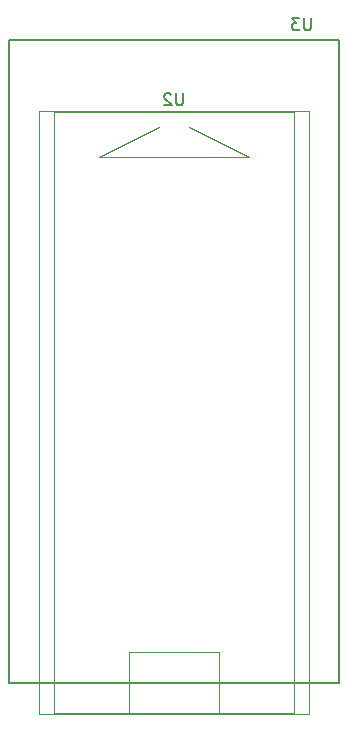
<source format=gbo>
G04 #@! TF.GenerationSoftware,KiCad,Pcbnew,6.0.11-2627ca5db0~126~ubuntu20.04.1*
G04 #@! TF.CreationDate,2023-02-19T14:42:03+01:00*
G04 #@! TF.ProjectId,MQTTbug,4d515454-6275-4672-9e6b-696361645f70,rev?*
G04 #@! TF.SameCoordinates,Original*
G04 #@! TF.FileFunction,Legend,Bot*
G04 #@! TF.FilePolarity,Positive*
%FSLAX46Y46*%
G04 Gerber Fmt 4.6, Leading zero omitted, Abs format (unit mm)*
G04 Created by KiCad (PCBNEW 6.0.11-2627ca5db0~126~ubuntu20.04.1) date 2023-02-19 14:42:03*
%MOMM*%
%LPD*%
G01*
G04 APERTURE LIST*
%ADD10C,0.150000*%
%ADD11C,0.120000*%
%ADD12C,0.127000*%
%ADD13R,1.700000X1.700000*%
%ADD14O,1.700000X1.700000*%
%ADD15R,2.200000X2.200000*%
%ADD16O,2.200000X2.200000*%
%ADD17R,2.300000X1.500000*%
%ADD18O,2.300000X1.500000*%
%ADD19C,2.000000*%
%ADD20R,2.600000X2.600000*%
%ADD21C,2.600000*%
%ADD22R,1.600000X1.600000*%
%ADD23C,1.600000*%
%ADD24C,4.300000*%
%ADD25O,1.600000X1.600000*%
%ADD26R,1.560000X1.560000*%
%ADD27C,1.560000*%
G04 APERTURE END LIST*
D10*
X94741904Y-55542380D02*
X94741904Y-56351904D01*
X94694285Y-56447142D01*
X94646666Y-56494761D01*
X94551428Y-56542380D01*
X94360952Y-56542380D01*
X94265714Y-56494761D01*
X94218095Y-56447142D01*
X94170476Y-56351904D01*
X94170476Y-55542380D01*
X93741904Y-55637619D02*
X93694285Y-55590000D01*
X93599047Y-55542380D01*
X93360952Y-55542380D01*
X93265714Y-55590000D01*
X93218095Y-55637619D01*
X93170476Y-55732857D01*
X93170476Y-55828095D01*
X93218095Y-55970952D01*
X93789523Y-56542380D01*
X93170476Y-56542380D01*
X105571373Y-49186124D02*
X105571373Y-49995960D01*
X105523736Y-50091235D01*
X105476099Y-50138873D01*
X105380824Y-50186510D01*
X105190274Y-50186510D01*
X105094999Y-50138873D01*
X105047362Y-50091235D01*
X104999724Y-49995960D01*
X104999724Y-49186124D01*
X104618625Y-49186124D02*
X103999338Y-49186124D01*
X104332800Y-49567224D01*
X104189888Y-49567224D01*
X104094613Y-49614861D01*
X104046976Y-49662498D01*
X103999338Y-49757773D01*
X103999338Y-49995960D01*
X104046976Y-50091235D01*
X104094613Y-50138873D01*
X104189888Y-50186510D01*
X104475713Y-50186510D01*
X104570987Y-50138873D01*
X104618625Y-50091235D01*
D11*
X92710000Y-58420000D02*
X87630000Y-60960000D01*
X82550000Y-108070000D02*
X82550000Y-57030000D01*
X87630000Y-60960000D02*
X100330000Y-60960000D01*
X104140000Y-108010000D02*
X83820000Y-108010000D01*
X104140000Y-57090000D02*
X104140000Y-108010000D01*
X83820000Y-108010000D02*
X83820000Y-57090000D01*
X82550000Y-57030000D02*
X105410000Y-57030000D01*
X97790000Y-102870000D02*
X90170000Y-102870000D01*
X100330000Y-60960000D02*
X95250000Y-58420000D01*
X105410000Y-108070000D02*
X82550000Y-108070000D01*
X83820000Y-57090000D02*
X104140000Y-57090000D01*
X97790000Y-107950000D02*
X97790000Y-102870000D01*
X90170000Y-102870000D02*
X90170000Y-107950000D01*
X105410000Y-57030000D02*
X105410000Y-108070000D01*
D12*
X107930000Y-105430000D02*
X107930000Y-51030000D01*
X107930000Y-51030000D02*
X80030000Y-51030000D01*
X80030000Y-51030000D02*
X80030000Y-105430000D01*
X80030000Y-105430000D02*
X107930000Y-105430000D01*
%LPC*%
D13*
X58420000Y-87630000D03*
D14*
X58420000Y-90170000D03*
X58420000Y-92710000D03*
X58420000Y-95250000D03*
D15*
X129207500Y-83727000D03*
D16*
X129207500Y-93887000D03*
D17*
X124127500Y-91347000D03*
D18*
X124127500Y-88807000D03*
X124127500Y-86267000D03*
D19*
X66605000Y-113030000D03*
X66605000Y-119530000D03*
X71105000Y-113030000D03*
X71105000Y-119530000D03*
D13*
X58420000Y-109220000D03*
D14*
X58420000Y-111760000D03*
X58420000Y-114300000D03*
X58420000Y-116840000D03*
X58420000Y-119380000D03*
X58420000Y-121920000D03*
D13*
X133350000Y-67310000D03*
D14*
X133350000Y-69850000D03*
X133350000Y-72390000D03*
X133350000Y-74930000D03*
X133350000Y-77470000D03*
X133350000Y-80010000D03*
D13*
X116840000Y-115570000D03*
D14*
X119380000Y-115570000D03*
X121920000Y-115570000D03*
X124460000Y-115570000D03*
X127000000Y-115570000D03*
X129540000Y-115570000D03*
D20*
X76195000Y-129540000D03*
D21*
X81275000Y-129540000D03*
D22*
X124087500Y-74837000D03*
X124758437Y-76437000D03*
D23*
X121587500Y-74837000D03*
X120916563Y-73237000D03*
D24*
X58420000Y-129540000D03*
X58420000Y-58420000D03*
D13*
X58420000Y-67310000D03*
D14*
X58420000Y-69850000D03*
X58420000Y-72390000D03*
X58420000Y-74930000D03*
D24*
X129540000Y-129540000D03*
D13*
X90170000Y-73660000D03*
D14*
X92710000Y-73660000D03*
X95250000Y-73660000D03*
X97790000Y-73660000D03*
D13*
X90170000Y-121920000D03*
D14*
X92710000Y-121920000D03*
X95250000Y-121920000D03*
X97790000Y-121920000D03*
D13*
X66040000Y-106680000D03*
D14*
X68580000Y-106680000D03*
X71120000Y-106680000D03*
D22*
X124798437Y-103107000D03*
X124127500Y-101507000D03*
D23*
X121627500Y-101507000D03*
X120956563Y-99907000D03*
D24*
X129540000Y-58420000D03*
D20*
X106680000Y-129540000D03*
D21*
X111760000Y-129540000D03*
D13*
X71755000Y-87630000D03*
D14*
X71755000Y-90170000D03*
X71755000Y-92710000D03*
X71755000Y-95250000D03*
D13*
X133350000Y-91440000D03*
D14*
X133350000Y-88900000D03*
X133350000Y-86360000D03*
D22*
X102870000Y-58420000D03*
D25*
X102870000Y-60960000D03*
X102870000Y-63500000D03*
X102870000Y-66040000D03*
X102870000Y-68580000D03*
X102870000Y-71120000D03*
X102870000Y-73660000D03*
X102870000Y-76200000D03*
X102870000Y-78740000D03*
X102870000Y-81280000D03*
X102870000Y-83820000D03*
X102870000Y-86360000D03*
X102870000Y-88900000D03*
X102870000Y-91440000D03*
X102870000Y-93980000D03*
X102870000Y-96520000D03*
X102870000Y-99060000D03*
X102870000Y-101600000D03*
X102870000Y-104140000D03*
X102870000Y-106680000D03*
X85090000Y-106680000D03*
X85090000Y-104140000D03*
X85090000Y-101600000D03*
X85090000Y-99060000D03*
X85090000Y-96520000D03*
X85090000Y-93980000D03*
X85090000Y-91440000D03*
X85090000Y-88900000D03*
X85090000Y-86360000D03*
X85090000Y-83820000D03*
X85090000Y-81280000D03*
X85090000Y-78740000D03*
X85090000Y-76200000D03*
X85090000Y-73660000D03*
X85090000Y-71120000D03*
X85090000Y-68580000D03*
X85090000Y-66040000D03*
X85090000Y-63500000D03*
X85090000Y-60960000D03*
X85090000Y-58420000D03*
D26*
X106680000Y-58420000D03*
D27*
X106680000Y-60960000D03*
X106680000Y-63500000D03*
X106680000Y-66040000D03*
X106680000Y-68580000D03*
X106680000Y-71120000D03*
X106680000Y-73660000D03*
X106680000Y-76200000D03*
X106680000Y-78740000D03*
X106680000Y-81280000D03*
X106680000Y-83820000D03*
X106680000Y-86360000D03*
X106680000Y-88900000D03*
X106680000Y-91440000D03*
X106680000Y-93980000D03*
X106680000Y-96520000D03*
X106680000Y-99060000D03*
X106680000Y-101600000D03*
X106680000Y-104140000D03*
X81280000Y-58420000D03*
X81280000Y-60960000D03*
X81280000Y-63500000D03*
X81280000Y-66040000D03*
X81280000Y-68580000D03*
X81280000Y-71120000D03*
X81280000Y-73660000D03*
X81280000Y-76200000D03*
X81280000Y-78740000D03*
X81280000Y-81280000D03*
X81280000Y-83820000D03*
X81280000Y-86360000D03*
X81280000Y-88900000D03*
X81280000Y-91440000D03*
X81280000Y-93980000D03*
X81280000Y-96520000D03*
X81280000Y-99060000D03*
X81280000Y-101600000D03*
X81280000Y-104140000D03*
M02*

</source>
